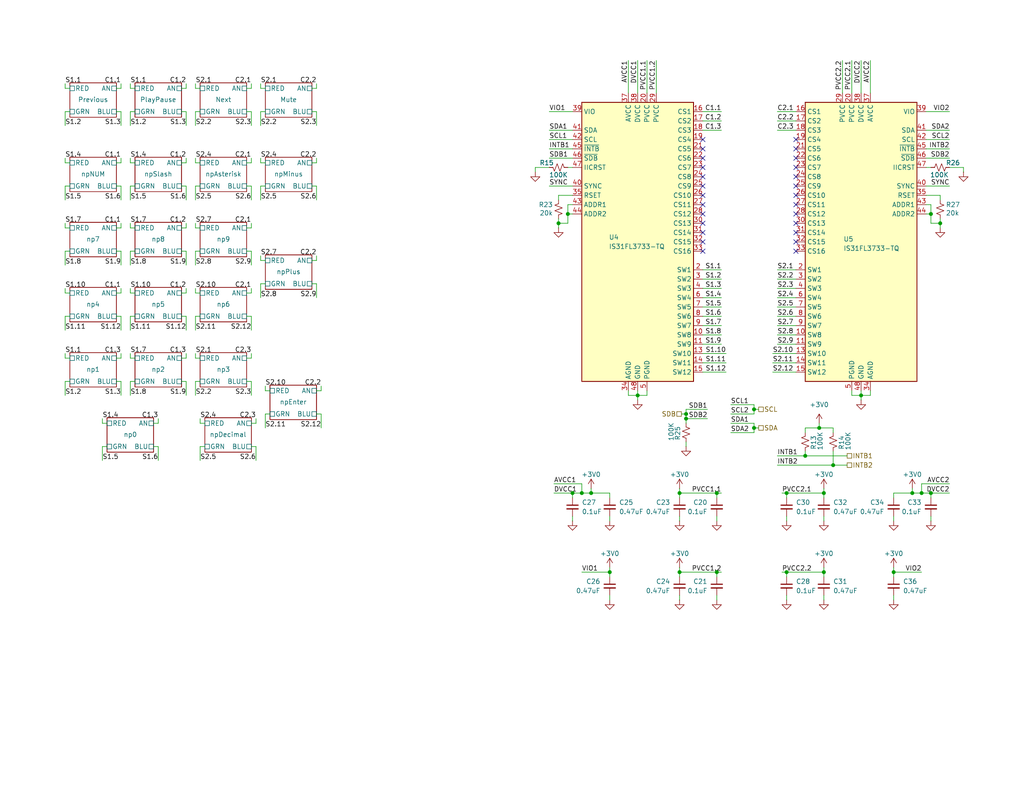
<source format=kicad_sch>
(kicad_sch (version 20250114) (generator "eeschema") (generator_version "9.0")
  (paper "A")
  (lib_symbols
    (symbol "Device:C_Small" (pin_numbers (hide yes)) (pin_names (offset 0.254) (hide yes))
      (property "Reference" "C" (at 0.254 1.778 0))
      (property "Value" "C_Small" (at 0.254 -2.032 0))
      (symbol "C_Small_1_1"
        (pin passive line (at 0 2.54 270) (length 2.032) (name "~") (number "1"))
        (pin passive line (at 0 -2.54 90) (length 2.032) (name "~") (number "2"))
      )
    )
    (symbol "Device:R_Small_US" (pin_numbers (hide yes)) (pin_names (offset 0.254) (hide yes))
      (property "Reference" "R" (at 0.762 0.508 0))
      (property "Value" "R_Small_US" (at 0.762 -1.016 0))
      (symbol "R_Small_US_1_1"
        (pin passive line (at 0 2.54 270) (length 1.016) (name "~") (number "1"))
        (pin passive line (at 0 -2.54 90) (length 1.016) (name "~") (number "2"))
      )
    )
    (symbol "Driver_LED:IS31FL3733-TQ"
      (property "Reference" "U" (at 0 1.27 0))
      (property "Value" "IS31FL3733-TQ" (at 0 -1.27 0))
      (symbol "IS31FL3733-TQ_1_1"
        (pin input line (at -17.78 35.56 0) (length 2.54) (name "VIO") (number "39"))
        (pin bidirectional line (at -17.78 30.48 0) (length 2.54) (name "SDA") (number "41"))
        (pin input line (at -17.78 27.94 0) (length 2.54) (name "SCL") (number "42"))
        (pin open_collector line (at -17.78 25.4 0) (length 2.54) (name "~{INTB}") (number "45"))
        (pin input line (at -17.78 22.86 0) (length 2.54) (name "~{SDB}") (number "46"))
        (pin input line (at -17.78 20.32 0) (length 2.54) (name "IICRST") (number "47"))
        (pin input line (at -17.78 15.24 0) (length 2.54) (name "SYNC") (number "40"))
        (pin passive line (at -17.78 12.7 0) (length 2.54) (name "RSET") (number "35"))
        (pin input line (at -17.78 10.16 0) (length 2.54) (name "ADDR1") (number "43"))
        (pin input line (at -17.78 7.62 0) (length 2.54) (name "ADDR2") (number "44"))
        (pin no_connect line (at -15.24 -33.02 0) (length 2.54) (hide yes) (name "NC") (number "1"))
        (pin no_connect line (at -15.24 -35.56 0) (length 2.54) (hide yes) (name "NC") (number "36"))
        (pin power_in line (at -2.54 40.64 270) (length 2.54) (name "AVCC") (number "37"))
        (pin power_in line (at -2.54 -40.64 90) (length 2.54) (name "AGND") (number "34"))
        (pin power_in line (at 0 40.64 270) (length 2.54) (name "DVCC") (number "38"))
        (pin power_in line (at 0 -40.64 90) (length 2.54) (name "GND") (number "48"))
        (pin passive line (at 0 -40.64 90) (length 2.54) (hide yes) (name "GND") (number "49"))
        (pin power_in line (at 2.54 40.64 270) (length 2.54) (name "PVCC") (number "20"))
        (pin passive line (at 2.54 -40.64 90) (length 2.54) (hide yes) (name "PGND") (number "12"))
        (pin power_in line (at 2.54 -40.64 90) (length 2.54) (name "PGND") (number "5"))
        (pin power_in line (at 5.08 40.64 270) (length 2.54) (name "PVCC") (number "29"))
        (pin output line (at 17.78 35.56 180) (length 2.54) (name "CS1") (number "16"))
        (pin output line (at 17.78 33.02 180) (length 2.54) (name "CS2") (number "17"))
        (pin output line (at 17.78 30.48 180) (length 2.54) (name "CS3") (number "18"))
        (pin output line (at 17.78 27.94 180) (length 2.54) (name "CS4") (number "19"))
        (pin output line (at 17.78 25.4 180) (length 2.54) (name "CS5") (number "21"))
        (pin output line (at 17.78 22.86 180) (length 2.54) (name "CS6") (number "22"))
        (pin output line (at 17.78 20.32 180) (length 2.54) (name "CS7") (number "23"))
        (pin output line (at 17.78 17.78 180) (length 2.54) (name "CS8") (number "24"))
        (pin output line (at 17.78 15.24 180) (length 2.54) (name "CS9") (number "25"))
        (pin output line (at 17.78 12.7 180) (length 2.54) (name "CS10") (number "26"))
        (pin output line (at 17.78 10.16 180) (length 2.54) (name "CS11") (number "27"))
        (pin output line (at 17.78 7.62 180) (length 2.54) (name "CS12") (number "28"))
        (pin output line (at 17.78 5.08 180) (length 2.54) (name "CS13") (number "30"))
        (pin output line (at 17.78 2.54 180) (length 2.54) (name "CS14") (number "31"))
        (pin output line (at 17.78 0 180) (length 2.54) (name "CS15") (number "32"))
        (pin output line (at 17.78 -2.54 180) (length 2.54) (name "CS16") (number "33"))
        (pin input line (at 17.78 -7.62 180) (length 2.54) (name "SW1") (number "2"))
        (pin input line (at 17.78 -10.16 180) (length 2.54) (name "SW2") (number "3"))
        (pin input line (at 17.78 -12.7 180) (length 2.54) (name "SW3") (number "4"))
        (pin input line (at 17.78 -15.24 180) (length 2.54) (name "SW4") (number "6"))
        (pin input line (at 17.78 -17.78 180) (length 2.54) (name "SW5") (number "7"))
        (pin input line (at 17.78 -20.32 180) (length 2.54) (name "SW6") (number "8"))
        (pin input line (at 17.78 -22.86 180) (length 2.54) (name "SW7") (number "9"))
        (pin input line (at 17.78 -25.4 180) (length 2.54) (name "SW8") (number "10"))
        (pin input line (at 17.78 -27.94 180) (length 2.54) (name "SW9") (number "11"))
        (pin input line (at 17.78 -30.48 180) (length 2.54) (name "SW10") (number "13"))
        (pin input line (at 17.78 -33.02 180) (length 2.54) (name "SW11") (number "14"))
        (pin input line (at 17.78 -35.56 180) (length 2.54) (name "SW12") (number "15"))
      )
    )
    (symbol "power:+3V0" (power) (pin_numbers (hide yes)) (pin_names (offset 0) (hide yes))
      (property "Value" "+3V0" (at 0 3.556 0))
      (symbol "+3V0_1_1"
        (pin power_in line (at 0 0 90) (length 0) (name "~") (number "1"))
      )
    )
    (symbol "power:GND" (power) (pin_numbers (hide yes)) (pin_names (offset 0) (hide yes))
      (property "Value" "GND" (at 0 -3.81 0))
      (symbol "GND_1_1"
        (pin power_in line (at 0 0 270) (length 0) (name "~") (number "1"))
      )
    )
  )
  (junction (at 166.37 156.21))
  (junction (at 185.42 156.21))
  (junction (at 205.74 116.84))
  (junction (at 205.74 111.76))
  (junction (at 195.58 134.62))
  (junction (at 254 134.62))
  (junction (at 223.52 116.84))
  (junction (at 243.84 156.21))
  (junction (at 187.198 114.3))
  (junction (at 224.79 134.62))
  (junction (at 234.95 107.95))
  (junction (at 248.92 134.62))
  (junction (at 214.63 156.21))
  (junction (at 224.79 156.21))
  (junction (at 256.54 60.96))
  (junction (at 251.46 134.62))
  (junction (at 195.58 156.21))
  (junction (at 185.42 134.62))
  (junction (at 158.75 134.62))
  (junction (at 156.21 134.62))
  (junction (at 214.63 134.62))
  (junction (at 254 58.42))
  (junction (at 161.29 134.62))
  (junction (at 154.94 58.42))
  (junction (at 219.71 124.46))
  (junction (at 227.33 127))
  (junction (at 152.4 60.96))
  (junction (at 187.198 113.03))
  (junction (at 173.99 107.95))
  (no_connect (at 217.17 38.1))
  (no_connect (at 191.77 58.42))
  (no_connect (at 217.17 58.42))
  (no_connect (at 191.77 63.5))
  (no_connect (at 191.77 60.96))
  (no_connect (at 191.77 53.34))
  (no_connect (at 217.17 55.88))
  (no_connect (at 191.77 45.72))
  (no_connect (at 217.17 45.72))
  (no_connect (at 217.17 43.18))
  (no_connect (at 191.77 66.04))
  (no_connect (at 191.77 38.1))
  (no_connect (at 191.77 48.26))
  (no_connect (at 217.17 68.58))
  (no_connect (at 191.77 40.64))
  (no_connect (at 191.77 43.18))
  (no_connect (at 217.17 53.34))
  (no_connect (at 217.17 63.5))
  (no_connect (at 217.17 40.64))
  (no_connect (at 191.77 50.8))
  (no_connect (at 217.17 60.96))
  (no_connect (at 191.77 55.88))
  (no_connect (at 217.17 66.04))
  (no_connect (at 217.17 50.8))
  (no_connect (at 191.77 68.58))
  (no_connect (at 217.17 48.26))
  (wire (pts (xy 29.21 115.57) (xy 27.94 115.57)))
  (wire (pts (xy 87.63 106.68) (xy 87.63 105.41)))
  (wire (pts (xy 152.4 60.96) (xy 152.4 62.23)))
  (wire (pts (xy 210.82 99.06) (xy 217.17 99.06)))
  (wire (pts (xy 33.02 50.8) (xy 33.02 54.61)))
  (wire (pts (xy 149.86 50.8) (xy 156.21 50.8)))
  (wire (pts (xy 68.58 62.23) (xy 68.58 60.96)))
  (wire (pts (xy 195.58 162.56) (xy 195.58 163.83)))
  (wire (pts (xy 217.17 30.48) (xy 212.09 30.48)))
  (wire (pts (xy 166.37 154.94) (xy 166.37 156.21)))
  (wire (pts (xy 243.84 156.21) (xy 243.84 157.48)))
  (wire (pts (xy 187.198 115.57) (xy 187.198 114.3)))
  (wire (pts (xy 252.73 43.18) (xy 259.08 43.18)))
  (wire (pts (xy 31.75 30.48) (xy 33.02 30.48)))
  (wire (pts (xy 152.4 59.69) (xy 152.4 60.96)))
  (wire (pts (xy 212.09 93.98) (xy 217.17 93.98)))
  (wire (pts (xy 53.34 44.45) (xy 53.34 43.18)))
  (wire (pts (xy 191.77 96.52) (xy 198.12 96.52)))
  (wire (pts (xy 187.198 111.76) (xy 187.198 113.03)))
  (wire (pts (xy 49.53 44.45) (xy 50.8 44.45)))
  (wire (pts (xy 214.63 156.21) (xy 224.79 156.21)))
  (wire (pts (xy 17.78 68.58) (xy 17.78 72.39)))
  (wire (pts (xy 49.53 30.48) (xy 50.8 30.48)))
  (wire (pts (xy 212.09 91.44) (xy 217.17 91.44)))
  (wire (pts (xy 27.94 121.92) (xy 27.94 125.73)))
  (wire (pts (xy 259.08 50.8) (xy 252.73 50.8)))
  (wire (pts (xy 54.61 68.58) (xy 53.34 68.58)))
  (wire (pts (xy 191.77 86.36) (xy 196.85 86.36)))
  (wire (pts (xy 214.63 134.62) (xy 214.63 135.89)))
  (wire (pts (xy 237.49 106.68) (xy 237.49 107.95)))
  (wire (pts (xy 35.56 50.8) (xy 35.56 54.61)))
  (wire (pts (xy 149.86 30.48) (xy 156.21 30.48)))
  (wire (pts (xy 252.73 45.72) (xy 254 45.72)))
  (wire (pts (xy 67.31 30.48) (xy 68.58 30.48)))
  (wire (pts (xy 205.74 116.84) (xy 207.01 116.84)))
  (wire (pts (xy 185.42 140.97) (xy 185.42 142.24)))
  (wire (pts (xy 86.36 113.03) (xy 87.63 113.03)))
  (wire (pts (xy 36.83 62.23) (xy 35.56 62.23)))
  (wire (pts (xy 156.21 140.97) (xy 156.21 142.24)))
  (wire (pts (xy 146.05 45.72) (xy 146.05 46.99)))
  (wire (pts (xy 69.85 121.92) (xy 69.85 125.73)))
  (wire (pts (xy 19.05 86.36) (xy 17.78 86.36)))
  (wire (pts (xy 195.58 140.97) (xy 195.58 142.24)))
  (wire (pts (xy 53.34 80.01) (xy 53.34 78.74)))
  (wire (pts (xy 67.31 86.36) (xy 68.58 86.36)))
  (wire (pts (xy 187.198 120.65) (xy 187.198 121.92)))
  (wire (pts (xy 252.73 40.64) (xy 259.08 40.64)))
  (wire (pts (xy 217.17 33.02) (xy 212.09 33.02)))
  (wire (pts (xy 86.36 30.48) (xy 86.36 34.29)))
  (wire (pts (xy 85.09 77.47) (xy 86.36 77.47)))
  (wire (pts (xy 199.39 113.03) (xy 205.74 113.03)))
  (wire (pts (xy 50.8 50.8) (xy 50.8 54.61)))
  (wire (pts (xy 33.02 30.48) (xy 33.02 34.29)))
  (wire (pts (xy 256.54 53.34) (xy 256.54 54.61)))
  (wire (pts (xy 166.37 140.97) (xy 166.37 142.24)))
  (wire (pts (xy 50.8 30.48) (xy 50.8 34.29)))
  (wire (pts (xy 251.46 132.08) (xy 251.46 134.62)))
  (wire (pts (xy 214.63 140.97) (xy 214.63 142.24)))
  (wire (pts (xy 248.92 134.62) (xy 243.84 134.62)))
  (wire (pts (xy 41.91 115.57) (xy 43.18 115.57)))
  (wire (pts (xy 67.31 62.23) (xy 68.58 62.23)))
  (wire (pts (xy 151.13 132.08) (xy 158.75 132.08)))
  (wire (pts (xy 72.39 71.12) (xy 71.12 71.12)))
  (wire (pts (xy 232.41 106.68) (xy 232.41 107.95)))
  (wire (pts (xy 191.77 78.74) (xy 196.85 78.74)))
  (wire (pts (xy 36.83 30.48) (xy 35.56 30.48)))
  (wire (pts (xy 86.36 24.13) (xy 86.36 22.86)))
  (wire (pts (xy 227.33 127) (xy 231.14 127)))
  (wire (pts (xy 31.75 97.79) (xy 33.02 97.79)))
  (wire (pts (xy 213.36 156.21) (xy 214.63 156.21)))
  (wire (pts (xy 243.84 140.97) (xy 243.84 142.24)))
  (wire (pts (xy 35.56 24.13) (xy 35.56 22.86)))
  (wire (pts (xy 33.02 62.23) (xy 33.02 60.96)))
  (wire (pts (xy 67.31 44.45) (xy 68.58 44.45)))
  (wire (pts (xy 71.12 44.45) (xy 71.12 43.18)))
  (wire (pts (xy 49.53 97.79) (xy 50.8 97.79)))
  (wire (pts (xy 196.85 134.62) (xy 195.58 134.62)))
  (wire (pts (xy 36.83 44.45) (xy 35.56 44.45)))
  (wire (pts (xy 68.58 97.79) (xy 68.58 96.52)))
  (wire (pts (xy 85.09 24.13) (xy 86.36 24.13)))
  (wire (pts (xy 171.45 106.68) (xy 171.45 107.95)))
  (wire (pts (xy 191.77 76.2) (xy 196.85 76.2)))
  (wire (pts (xy 31.75 104.14) (xy 33.02 104.14)))
  (wire (pts (xy 31.75 68.58) (xy 33.02 68.58)))
  (wire (pts (xy 212.09 73.66) (xy 217.17 73.66)))
  (wire (pts (xy 219.71 124.46) (xy 231.14 124.46)))
  (wire (pts (xy 50.8 24.13) (xy 50.8 22.86)))
  (wire (pts (xy 179.07 16.51) (xy 179.07 25.4)))
  (wire (pts (xy 53.34 97.79) (xy 53.34 96.52)))
  (wire (pts (xy 193.04 111.76) (xy 187.198 111.76)))
  (wire (pts (xy 86.36 71.12) (xy 86.36 69.85)))
  (wire (pts (xy 214.63 134.62) (xy 224.79 134.62)))
  (wire (pts (xy 252.73 55.88) (xy 254 55.88)))
  (wire (pts (xy 19.05 44.45) (xy 17.78 44.45)))
  (wire (pts (xy 67.31 104.14) (xy 68.58 104.14)))
  (wire (pts (xy 191.77 101.6) (xy 198.12 101.6)))
  (wire (pts (xy 73.66 106.68) (xy 72.39 106.68)))
  (wire (pts (xy 50.8 68.58) (xy 50.8 72.39)))
  (wire (pts (xy 224.79 133.35) (xy 224.79 134.62)))
  (wire (pts (xy 49.53 50.8) (xy 50.8 50.8)))
  (wire (pts (xy 191.77 81.28) (xy 196.85 81.28)))
  (wire (pts (xy 72.39 113.03) (xy 72.39 116.84)))
  (wire (pts (xy 212.09 76.2) (xy 217.17 76.2)))
  (wire (pts (xy 243.84 156.21) (xy 251.46 156.21)))
  (wire (pts (xy 171.45 16.51) (xy 171.45 25.4)))
  (wire (pts (xy 49.53 62.23) (xy 50.8 62.23)))
  (wire (pts (xy 36.83 97.79) (xy 35.56 97.79)))
  (wire (pts (xy 49.53 80.01) (xy 50.8 80.01)))
  (wire (pts (xy 53.34 86.36) (xy 53.34 90.17)))
  (wire (pts (xy 212.09 124.46) (xy 219.71 124.46)))
  (wire (pts (xy 17.78 80.01) (xy 17.78 78.74)))
  (wire (pts (xy 152.4 53.34) (xy 152.4 54.61)))
  (wire (pts (xy 210.82 96.52) (xy 217.17 96.52)))
  (wire (pts (xy 35.56 104.14) (xy 35.56 107.95)))
  (wire (pts (xy 171.45 107.95) (xy 173.99 107.95)))
  (wire (pts (xy 224.79 134.62) (xy 224.79 135.89)))
  (wire (pts (xy 166.37 134.62) (xy 166.37 135.89)))
  (wire (pts (xy 67.31 80.01) (xy 68.58 80.01)))
  (wire (pts (xy 68.58 86.36) (xy 68.58 90.17)))
  (wire (pts (xy 73.66 113.03) (xy 72.39 113.03)))
  (wire (pts (xy 36.83 50.8) (xy 35.56 50.8)))
  (wire (pts (xy 212.09 127) (xy 227.33 127)))
  (wire (pts (xy 234.95 107.95) (xy 234.95 109.22)))
  (wire (pts (xy 214.63 156.21) (xy 214.63 157.48)))
  (wire (pts (xy 156.21 55.88) (xy 154.94 55.88)))
  (wire (pts (xy 199.39 115.57) (xy 205.74 115.57)))
  (wire (pts (xy 72.39 50.8) (xy 71.12 50.8)))
  (wire (pts (xy 68.58 80.01) (xy 68.58 78.74)))
  (wire (pts (xy 149.86 40.64) (xy 156.21 40.64)))
  (wire (pts (xy 54.61 30.48) (xy 53.34 30.48)))
  (wire (pts (xy 54.61 115.57) (xy 54.61 114.3)))
  (wire (pts (xy 36.83 86.36) (xy 35.56 86.36)))
  (wire (pts (xy 234.95 106.68) (xy 234.95 107.95)))
  (wire (pts (xy 251.46 134.62) (xy 254 134.62)))
  (wire (pts (xy 86.36 77.47) (xy 86.36 81.28)))
  (wire (pts (xy 19.05 68.58) (xy 17.78 68.58)))
  (wire (pts (xy 243.84 134.62) (xy 243.84 135.89)))
  (wire (pts (xy 191.77 93.98) (xy 196.85 93.98)))
  (wire (pts (xy 205.74 113.03) (xy 205.74 111.76)))
  (wire (pts (xy 19.05 62.23) (xy 17.78 62.23)))
  (wire (pts (xy 54.61 24.13) (xy 53.34 24.13)))
  (wire (pts (xy 243.84 162.56) (xy 243.84 163.83)))
  (wire (pts (xy 35.56 68.58) (xy 35.56 72.39)))
  (wire (pts (xy 43.18 121.92) (xy 43.18 125.73)))
  (wire (pts (xy 86.36 106.68) (xy 87.63 106.68)))
  (wire (pts (xy 54.61 80.01) (xy 53.34 80.01)))
  (wire (pts (xy 31.75 24.13) (xy 33.02 24.13)))
  (wire (pts (xy 224.79 140.97) (xy 224.79 142.24)))
  (wire (pts (xy 43.18 115.57) (xy 43.18 114.3)))
  (wire (pts (xy 234.95 16.51) (xy 234.95 25.4)))
  (wire (pts (xy 71.12 30.48) (xy 71.12 34.29)))
  (wire (pts (xy 173.99 107.95) (xy 176.53 107.95)))
  (wire (pts (xy 191.77 33.02) (xy 196.85 33.02)))
  (wire (pts (xy 35.56 44.45) (xy 35.56 43.18)))
  (wire (pts (xy 19.05 50.8) (xy 17.78 50.8)))
  (wire (pts (xy 158.75 132.08) (xy 158.75 134.62)))
  (wire (pts (xy 31.75 62.23) (xy 33.02 62.23)))
  (wire (pts (xy 254 58.42) (xy 252.73 58.42)))
  (wire (pts (xy 72.39 24.13) (xy 71.12 24.13)))
  (wire (pts (xy 31.75 44.45) (xy 33.02 44.45)))
  (wire (pts (xy 212.09 78.74) (xy 217.17 78.74)))
  (wire (pts (xy 19.05 104.14) (xy 17.78 104.14)))
  (wire (pts (xy 248.92 133.35) (xy 248.92 134.62)))
  (wire (pts (xy 54.61 86.36) (xy 53.34 86.36)))
  (wire (pts (xy 256.54 59.69) (xy 256.54 60.96)))
  (wire (pts (xy 217.17 35.56) (xy 212.09 35.56)))
  (wire (pts (xy 68.58 68.58) (xy 68.58 72.39)))
  (wire (pts (xy 50.8 86.36) (xy 50.8 90.17)))
  (wire (pts (xy 71.12 71.12) (xy 71.12 69.85)))
  (wire (pts (xy 195.58 156.21) (xy 185.42 156.21)))
  (wire (pts (xy 31.75 80.01) (xy 33.02 80.01)))
  (wire (pts (xy 33.02 86.36) (xy 33.02 90.17)))
  (wire (pts (xy 243.84 154.94) (xy 243.84 156.21)))
  (wire (pts (xy 67.31 50.8) (xy 68.58 50.8)))
  (wire (pts (xy 213.36 134.62) (xy 214.63 134.62)))
  (wire (pts (xy 185.42 134.62) (xy 185.42 135.89)))
  (wire (pts (xy 254 60.96) (xy 256.54 60.96)))
  (wire (pts (xy 87.63 113.03) (xy 87.63 116.84)))
  (wire (pts (xy 219.71 116.84) (xy 223.52 116.84)))
  (wire (pts (xy 212.09 88.9) (xy 217.17 88.9)))
  (wire (pts (xy 71.12 77.47) (xy 71.12 81.28)))
  (wire (pts (xy 191.77 30.48) (xy 196.85 30.48)))
  (wire (pts (xy 17.78 30.48) (xy 17.78 34.29)))
  (wire (pts (xy 173.99 16.51) (xy 173.99 25.4)))
  (wire (pts (xy 53.34 68.58) (xy 53.34 72.39)))
  (wire (pts (xy 68.58 104.14) (xy 68.58 107.95)))
  (wire (pts (xy 19.05 30.48) (xy 17.78 30.48)))
  (wire (pts (xy 49.53 86.36) (xy 50.8 86.36)))
  (wire (pts (xy 33.02 44.45) (xy 33.02 43.18)))
  (wire (pts (xy 149.86 43.18) (xy 156.21 43.18)))
  (wire (pts (xy 33.02 24.13) (xy 33.02 22.86)))
  (wire (pts (xy 29.21 121.92) (xy 27.94 121.92)))
  (wire (pts (xy 49.53 24.13) (xy 50.8 24.13)))
  (wire (pts (xy 50.8 62.23) (xy 50.8 60.96)))
  (wire (pts (xy 49.53 104.14) (xy 50.8 104.14)))
  (wire (pts (xy 35.56 62.23) (xy 35.56 60.96)))
  (wire (pts (xy 262.89 45.72) (xy 262.89 46.99)))
  (wire (pts (xy 227.33 116.84) (xy 227.33 118.11)))
  (wire (pts (xy 55.88 121.92) (xy 54.61 121.92)))
  (wire (pts (xy 149.86 38.1) (xy 156.21 38.1)))
  (wire (pts (xy 154.94 55.88) (xy 154.94 58.42)))
  (wire (pts (xy 53.34 30.48) (xy 53.34 34.29)))
  (wire (pts (xy 212.09 86.36) (xy 217.17 86.36)))
  (wire (pts (xy 166.37 162.56) (xy 166.37 163.83)))
  (wire (pts (xy 232.41 16.51) (xy 232.41 25.4)))
  (wire (pts (xy 17.78 86.36) (xy 17.78 90.17)))
  (wire (pts (xy 85.09 71.12) (xy 86.36 71.12)))
  (wire (pts (xy 71.12 24.13) (xy 71.12 22.86)))
  (wire (pts (xy 199.39 118.11) (xy 205.74 118.11)))
  (wire (pts (xy 53.34 24.13) (xy 53.34 22.86)))
  (wire (pts (xy 185.42 156.21) (xy 185.42 157.48)))
  (wire (pts (xy 17.78 97.79) (xy 17.78 96.52)))
  (wire (pts (xy 205.74 111.76) (xy 207.01 111.76)))
  (wire (pts (xy 176.53 16.51) (xy 176.53 25.4)))
  (wire (pts (xy 54.61 50.8) (xy 53.34 50.8)))
  (wire (pts (xy 50.8 80.01) (xy 50.8 78.74)))
  (wire (pts (xy 67.31 97.79) (xy 68.58 97.79)))
  (wire (pts (xy 259.08 35.56) (xy 252.73 35.56)))
  (wire (pts (xy 185.42 162.56) (xy 185.42 163.83)))
  (wire (pts (xy 223.52 116.84) (xy 227.33 116.84)))
  (wire (pts (xy 254 134.62) (xy 254 135.89)))
  (wire (pts (xy 33.02 104.14) (xy 33.02 107.95)))
  (wire (pts (xy 158.75 134.62) (xy 161.29 134.62)))
  (wire (pts (xy 154.94 58.42) (xy 154.94 60.96)))
  (wire (pts (xy 36.83 104.14) (xy 35.56 104.14)))
  (wire (pts (xy 254 55.88) (xy 254 58.42)))
  (wire (pts (xy 49.53 68.58) (xy 50.8 68.58)))
  (wire (pts (xy 166.37 156.21) (xy 158.75 156.21)))
  (wire (pts (xy 50.8 44.45) (xy 50.8 43.18)))
  (wire (pts (xy 227.33 123.19) (xy 227.33 127)))
  (wire (pts (xy 71.12 50.8) (xy 71.12 54.61)))
  (wire (pts (xy 212.09 81.28) (xy 217.17 81.28)))
  (wire (pts (xy 214.63 162.56) (xy 214.63 163.83)))
  (wire (pts (xy 31.75 50.8) (xy 33.02 50.8)))
  (wire (pts (xy 67.31 68.58) (xy 68.58 68.58)))
  (wire (pts (xy 149.86 35.56) (xy 156.21 35.56)))
  (wire (pts (xy 237.49 16.51) (xy 237.49 25.4)))
  (wire (pts (xy 191.77 91.44) (xy 196.85 91.44)))
  (wire (pts (xy 154.94 58.42) (xy 156.21 58.42)))
  (wire (pts (xy 187.198 113.03) (xy 187.198 114.3)))
  (wire (pts (xy 151.13 134.62) (xy 156.21 134.62)))
  (wire (pts (xy 185.42 154.94) (xy 185.42 156.21)))
  (wire (pts (xy 35.56 97.79) (xy 35.56 96.52)))
  (wire (pts (xy 50.8 104.14) (xy 50.8 107.95)))
  (wire (pts (xy 54.61 62.23) (xy 53.34 62.23)))
  (wire (pts (xy 229.87 16.51) (xy 229.87 25.4)))
  (wire (pts (xy 154.94 45.72) (xy 156.21 45.72)))
  (wire (pts (xy 36.83 80.01) (xy 35.56 80.01)))
  (wire (pts (xy 69.85 115.57) (xy 69.85 114.3)))
  (wire (pts (xy 33.02 68.58) (xy 33.02 72.39)))
  (wire (pts (xy 256.54 60.96) (xy 256.54 62.23)))
  (wire (pts (xy 149.86 45.72) (xy 146.05 45.72)))
  (wire (pts (xy 224.79 156.21) (xy 224.79 157.48)))
  (wire (pts (xy 33.02 80.01) (xy 33.02 78.74)))
  (wire (pts (xy 224.79 162.56) (xy 224.79 163.83)))
  (wire (pts (xy 86.36 44.45) (xy 86.36 43.18)))
  (wire (pts (xy 41.91 121.92) (xy 43.18 121.92)))
  (wire (pts (xy 54.61 97.79) (xy 53.34 97.79)))
  (wire (pts (xy 68.58 121.92) (xy 69.85 121.92)))
  (wire (pts (xy 166.37 156.21) (xy 166.37 157.48)))
  (wire (pts (xy 252.73 38.1) (xy 259.08 38.1)))
  (wire (pts (xy 68.58 50.8) (xy 68.58 54.61)))
  (wire (pts (xy 85.09 50.8) (xy 86.36 50.8)))
  (wire (pts (xy 72.39 44.45) (xy 71.12 44.45)))
  (wire (pts (xy 234.95 107.95) (xy 232.41 107.95)))
  (wire (pts (xy 68.58 44.45) (xy 68.58 43.18)))
  (wire (pts (xy 205.74 118.11) (xy 205.74 116.84)))
  (wire (pts (xy 53.34 104.14) (xy 53.34 107.95)))
  (wire (pts (xy 31.75 86.36) (xy 33.02 86.36)))
  (wire (pts (xy 254 58.42) (xy 254 60.96)))
  (wire (pts (xy 54.61 104.14) (xy 53.34 104.14)))
  (wire (pts (xy 35.56 30.48) (xy 35.56 34.29)))
  (wire (pts (xy 36.83 24.13) (xy 35.56 24.13)))
  (wire (pts (xy 68.58 115.57) (xy 69.85 115.57)))
  (wire (pts (xy 55.88 115.57) (xy 54.61 115.57)))
  (wire (pts (xy 193.04 114.3) (xy 187.198 114.3)))
  (wire (pts (xy 19.05 80.01) (xy 17.78 80.01)))
  (wire (pts (xy 154.94 60.96) (xy 152.4 60.96)))
  (wire (pts (xy 251.46 134.62) (xy 248.92 134.62)))
  (wire (pts (xy 53.34 62.23) (xy 53.34 60.96)))
  (wire (pts (xy 176.53 106.68) (xy 176.53 107.95)))
  (wire (pts (xy 27.94 115.57) (xy 27.94 114.3)))
  (wire (pts (xy 205.74 115.57) (xy 205.74 116.84)))
  (wire (pts (xy 191.77 99.06) (xy 198.12 99.06)))
  (wire (pts (xy 35.56 80.01) (xy 35.56 78.74)))
  (wire (pts (xy 212.09 83.82) (xy 217.17 83.82)))
  (wire (pts (xy 72.39 106.68) (xy 72.39 105.41)))
  (wire (pts (xy 219.71 123.19) (xy 219.71 124.46)))
  (wire (pts (xy 72.39 77.47) (xy 71.12 77.47)))
  (wire (pts (xy 259.08 132.08) (xy 251.46 132.08)))
  (wire (pts (xy 185.42 133.35) (xy 185.42 134.62)))
  (wire (pts (xy 195.58 134.62) (xy 195.58 135.89)))
  (wire (pts (xy 17.78 50.8) (xy 17.78 54.61)))
  (wire (pts (xy 17.78 24.13) (xy 17.78 22.86)))
  (wire (pts (xy 191.77 88.9) (xy 196.85 88.9)))
  (wire (pts (xy 205.74 110.49) (xy 205.74 111.76)))
  (wire (pts (xy 256.54 53.34) (xy 252.73 53.34)))
  (wire (pts (xy 50.8 97.79) (xy 50.8 96.52)))
  (wire (pts (xy 17.78 62.23) (xy 17.78 60.96)))
  (wire (pts (xy 187.198 113.03) (xy 185.928 113.03)))
  (wire (pts (xy 53.34 50.8) (xy 53.34 54.61)))
  (wire (pts (xy 72.39 30.48) (xy 71.12 30.48)))
  (wire (pts (xy 173.99 106.68) (xy 173.99 107.95)))
  (wire (pts (xy 224.79 154.94) (xy 224.79 156.21)))
  (wire (pts (xy 252.73 30.48) (xy 259.08 30.48)))
  (wire (pts (xy 85.09 44.45) (xy 86.36 44.45)))
  (wire (pts (xy 158.75 134.62) (xy 156.21 134.62)))
  (wire (pts (xy 19.05 24.13) (xy 17.78 24.13)))
  (wire (pts (xy 191.77 73.66) (xy 196.85 73.66)))
  (wire (pts (xy 237.49 107.95) (xy 234.95 107.95)))
  (wire (pts (xy 156.21 134.62) (xy 156.21 135.89)))
  (wire (pts (xy 199.39 110.49) (xy 205.74 110.49)))
  (wire (pts (xy 68.58 24.13) (xy 68.58 22.86)))
  (wire (pts (xy 19.05 97.79) (xy 17.78 97.79)))
  (wire (pts (xy 191.77 35.56) (xy 196.85 35.56)))
  (wire (pts (xy 17.78 44.45) (xy 17.78 43.18)))
  (wire (pts (xy 259.08 134.62) (xy 254 134.62)))
  (wire (pts (xy 54.61 121.92) (xy 54.61 125.73)))
  (wire (pts (xy 67.31 24.13) (xy 68.58 24.13)))
  (wire (pts (xy 17.78 104.14) (xy 17.78 107.95)))
  (wire (pts (xy 152.4 53.34) (xy 156.21 53.34)))
  (wire (pts (xy 195.58 156.21) (xy 195.58 157.48)))
  (wire (pts (xy 68.58 30.48) (xy 68.58 34.29)))
  (wire (pts (xy 259.08 45.72) (xy 262.89 45.72)))
  (wire (pts (xy 254 140.97) (xy 254 142.24)))
  (wire (pts (xy 54.61 44.45) (xy 53.34 44.45)))
  (wire (pts (xy 35.56 86.36) (xy 35.56 90.17)))
  (wire (pts (xy 210.82 101.6) (xy 217.17 101.6)))
  (wire (pts (xy 223.52 115.57) (xy 223.52 116.84)))
  (wire (pts (xy 33.02 97.79) (xy 33.02 96.52)))
  (wire (pts (xy 196.85 156.21) (xy 195.58 156.21)))
  (wire (pts (xy 195.58 134.62) (xy 185.42 134.62)))
  (wire (pts (xy 85.09 30.48) (xy 86.36 30.48)))
  (wire (pts (xy 86.36 50.8) (xy 86.36 54.61)))
  (wire (pts (xy 161.29 133.35) (xy 161.29 134.62)))
  (wire (pts (xy 173.99 107.95) (xy 173.99 109.22)))
  (wire (pts (xy 219.71 116.84) (xy 219.71 118.11)))
  (wire (pts (xy 36.83 68.58) (xy 35.56 68.58)))
  (wire (pts (xy 161.29 134.62) (xy 166.37 134.62)))
  (wire (pts (xy 191.77 83.82) (xy 196.85 83.82)))
  (label "S2.7" (at 53.34 60.96 0))
  (label "S2.12" (at 87.63 116.84 180))
  (label "C1.1" (at 33.02 22.86 180))
  (label "DVCC2" (at 234.95 16.51 270))
  (label "S2.4" (at 53.34 43.18 0))
  (label "SYNC" (at 149.86 50.8 0))
  (label "S1.4" (at 27.94 114.3 0))
  (label "S1.5" (at 35.56 54.61 0))
  (label "S2.5" (at 54.61 125.73 0))
  (label "S2.9" (at 212.09 93.98 0))
  (label "S2.10" (at 53.34 78.74 0))
  (label "S2.1" (at 53.34 22.86 0))
  (label "SDA2" (at 199.39 118.11 0))
  (label "S1.5" (at 17.78 54.61 0))
  (label "SCL1" (at 149.86 38.1 0))
  (label "SDB2" (at 193.04 114.3 180))
  (label "PVCC2.1" (at 213.36 134.62 0))
  (label "C2.1" (at 68.58 78.74 180))
  (label "DVCC2" (at 259.08 134.62 180))
  (label "S2.11" (at 210.82 99.06 0))
  (label "S2.3" (at 68.58 34.29 180))
  (label "S1.1" (at 35.56 22.86 0))
  (label "S1.8" (at 35.56 72.39 0))
  (label "S2.3" (at 86.36 34.29 180))
  (label "S2.2" (at 53.34 107.95 0))
  (label "S2.3" (at 68.58 107.95 180))
  (label "S1.8" (at 17.78 72.39 0))
  (label "S1.11" (at 17.78 90.17 0))
  (label "S1.12" (at 33.02 90.17 180))
  (label "S2.4" (at 54.61 114.3 0))
  (label "SDA2" (at 259.08 35.56 180))
  (label "C1.2" (at 196.85 33.02 180))
  (label "AVCC2" (at 237.49 16.51 270))
  (label "S2.2" (at 212.09 76.2 0))
  (label "SDB1" (at 193.04 111.76 180))
  (label "C1.2" (at 50.8 60.96 180))
  (label "S1.3" (at 50.8 34.29 180))
  (label "S2.1" (at 53.34 96.52 0))
  (label "C1.1" (at 33.02 60.96 180))
  (label "S1.5" (at 196.85 83.82 180))
  (label "VIO1" (at 149.86 30.48 0))
  (label "C2.1" (at 212.09 30.48 0))
  (label "S1.10" (at 198.12 96.52 180))
  (label "VIO2" (at 251.46 156.21 180))
  (label "S1.1" (at 17.78 96.52 0))
  (label "VIO1" (at 158.75 156.21 0))
  (label "S1.11" (at 198.12 99.06 180))
  (label "S1.8" (at 35.56 107.95 0))
  (label "S1.7" (at 35.56 96.52 0))
  (label "S1.8" (at 196.85 91.44 180))
  (label "S1.4" (at 196.85 81.28 180))
  (label "S1.2" (at 196.85 76.2 180))
  (label "SCL2" (at 199.39 113.03 0))
  (label "SDB1" (at 149.86 43.18 0))
  (label "PVCC1.1" (at 176.53 16.51 270))
  (label "C1.2" (at 50.8 22.86 180))
  (label "S2.11" (at 53.34 90.17 0))
  (label "S1.9" (at 196.85 93.98 180))
  (label "C2.1" (at 68.58 60.96 180))
  (label "S1.10" (at 17.78 78.74 0))
  (label "S1.7" (at 35.56 60.96 0))
  (label "S1.7" (at 196.85 88.9 180))
  (label "S2.6" (at 86.36 54.61 180))
  (label "C1.3" (at 50.8 96.52 180))
  (label "SDA1" (at 149.86 35.56 0))
  (label "S2.2" (at 71.12 34.29 0))
  (label "S1.12" (at 50.8 90.17 180))
  (label "S1.6" (at 50.8 54.61 180))
  (label "S1.4" (at 35.56 43.18 0))
  (label "S1.1" (at 17.78 22.86 0))
  (label "PVCC1.2" (at 179.07 16.51 270))
  (label "S1.10" (at 35.56 78.74 0))
  (label "C1.3" (at 196.85 35.56 180))
  (label "SYNC" (at 259.08 50.8 180))
  (label "S1.9" (at 50.8 107.95 180))
  (label "S1.6" (at 33.02 54.61 180))
  (label "INTB2" (at 259.08 40.64 180))
  (label "C2.3" (at 69.85 114.3 180))
  (label "S2.12" (at 210.82 101.6 0))
  (label "S1.3" (at 196.85 78.74 180))
  (label "PVCC1.2" (at 196.85 156.21 180))
  (label "S1.6" (at 43.18 125.73 180))
  (label "S2.8" (at 212.09 91.44 0))
  (label "S1.1" (at 196.85 73.66 180))
  (label "C1.1" (at 33.02 43.18 180))
  (label "C2.3" (at 212.09 35.56 0))
  (label "C2.3" (at 68.58 96.52 180))
  (label "S2.7" (at 71.12 69.85 0))
  (label "C1.1" (at 196.85 30.48 180))
  (label "S1.6" (at 196.85 86.36 180))
  (label "PVCC2.2" (at 229.87 16.51 270))
  (label "AVCC1" (at 151.13 132.08 0))
  (label "S2.8" (at 53.34 72.39 0))
  (label "S2.5" (at 53.34 54.61 0))
  (label "S2.9" (at 86.36 81.28 180))
  (label "AVCC2" (at 259.08 132.08 180))
  (label "S2.4" (at 71.12 43.18 0))
  (label "S1.2" (at 17.78 107.95 0))
  (label "S1.5" (at 27.94 125.73 0))
  (label "S2.5" (at 71.12 54.61 0))
  (label "S1.4" (at 17.78 43.18 0))
  (label "C2.2" (at 86.36 22.86 180))
  (label "INTB1" (at 212.09 124.46 0))
  (label "S1.3" (at 33.02 107.95 180))
  (label "S1.9" (at 33.02 72.39 180))
  (label "S2.6" (at 68.58 54.61 180))
  (label "C1.2" (at 50.8 78.74 180))
  (label "S2.1" (at 71.12 22.86 0))
  (label "PVCC2.1" (at 232.41 16.51 270))
  (label "S2.4" (at 212.09 81.28 0))
  (label "S1.2" (at 35.56 34.29 0))
  (label "C2.1" (at 68.58 43.18 180))
  (label "C2.2" (at 86.36 69.85 180))
  (label "C1.3" (at 43.18 114.3 180))
  (label "S2.5" (at 212.09 83.82 0))
  (label "S1.9" (at 50.8 72.39 180))
  (label "C1.2" (at 50.8 43.18 180))
  (label "S2.10" (at 210.82 96.52 0))
  (label "AVCC1" (at 171.45 16.51 270))
  (label "C2.2" (at 87.63 105.41 180))
  (label "S2.6" (at 212.09 86.36 0))
  (label "SDA1" (at 199.39 115.57 0))
  (label "C2.1" (at 68.58 22.86 180))
  (label "S2.7" (at 212.09 88.9 0))
  (label "PVCC1.1" (at 196.85 134.62 180))
  (label "S2.12" (at 68.58 90.17 180))
  (label "S1.11" (at 35.56 90.17 0))
  (label "S2.10" (at 72.39 105.41 0))
  (label "S1.12" (at 198.12 101.6 180))
  (label "INTB2" (at 212.09 127 0))
  (label "VIO2" (at 259.08 30.48 180))
  (label "SCL2" (at 259.08 38.1 180))
  (label "DVCC1" (at 151.13 134.62 0))
  (label "SDB2" (at 259.08 43.18 180))
  (label "S1.3" (at 33.02 34.29 180))
  (label "S2.6" (at 69.85 125.73 180))
  (label "S2.3" (at 212.09 78.74 0))
  (label "S2.11" (at 72.39 116.84 0))
  (label "C2.2" (at 212.09 33.02 0))
  (label "S2.8" (at 71.12 81.28 0))
  (label "PVCC2.2" (at 213.36 156.21 0))
  (label "INTB1" (at 149.86 40.64 0))
  (label "C2.2" (at 86.36 43.18 180))
  (label "SCL1" (at 199.39 110.49 0))
  (label "C1.3" (at 33.02 96.52 180))
  (label "S1.7" (at 17.78 60.96 0))
  (label "S2.9" (at 68.58 72.39 180))
  (label "S1.2" (at 17.78 34.29 0))
  (label "S2.1" (at 212.09 73.66 0))
  (label "DVCC1" (at 173.99 16.51 270))
  (label "S2.2" (at 53.34 34.29 0))
  (label "C1.1" (at 33.02 78.74 180))
  (hierarchical_label "SDA" (shape passive) (at 207.01 116.84 0))
  (hierarchical_label "SDB" (shape passive) (at 185.928 113.03 180))
  (hierarchical_label "INTB1" (shape passive) (at 231.14 124.46 0))
  (hierarchical_label "INTB2" (shape passive) (at 231.14 127 0))
  (hierarchical_label "SCL" (shape passive) (at 207.01 111.76 0))
  (symbol (lib_id "Device:C_Small") (at 195.58 138.43 0) (mirror y) (unit 1)
    (property "Reference" "C20" (at 193.04 137.1662 0) (effects (justify left)))
    (property "Value" "0.1uF" (at 193.04 139.7062 0) (effects (justify left)))
    (property "Description" "Unpolarized capacitor, small symbol" (effects (hide yes)))
  )
  (symbol (lib_id "power:+3V0") (at 161.29 133.35 0) (mirror y) (unit 1)
    (property "Reference" "#PWR054" (effects (hide yes)))
    (property "Value" "+3V0" (at 161.29 129.54 0))
    (property "Description" "Power symbol creates a global label with name \"+3V0\"" (effects (hide yes)))
  )
  (symbol (lib_id "Device:R_Small_US") (at 219.71 120.65 0) (mirror x) (unit 1)
    (property "Reference" "R13" (at 221.996 118.872 90) (effects (justify left)))
    (property "Value" "100K" (at 223.774 117.856 90) (effects (justify left)))
    (property "Footprint" "keyboard:R_0402_1005Metric" (effects (hide yes)))
    (property "Description" "Resistor, small US symbol" (effects (hide yes)))
  )
  (symbol (lib_id "power:+3V0") (at 166.37 154.94 0) (mirror y) (unit 1)
    (property "Reference" "#PWR051" (effects (hide yes)))
    (property "Value" "+3V0" (at 166.37 151.13 0))
    (property "Description" "Power symbol creates a global label with name \"+3V0\"" (effects (hide yes)))
  )
  (symbol (lib_id "Device:C_Small") (at 224.79 160.02 0) (unit 1)
    (property "Reference" "C31" (at 227.33 158.7562 0) (effects (justify left)))
    (property "Value" "0.47uF" (at 227.33 161.2962 0) (effects (justify left)))
    (property "Description" "Unpolarized capacitor, small symbol" (effects (hide yes)))
  )
  (symbol (lib_id "power:GND") (at 214.63 142.24 0) (unit 1)
    (property "Reference" "#PWR060" (effects (hide yes)))
    (property "Value" "GND" (effects (hide yes)))
    (property "Description" "Power symbol creates a global label with name \"GND\" , ground" (effects (hide yes)))
  )
  (symbol (lib_id "power:GND") (at 224.79 142.24 0) (unit 1)
    (property "Reference" "#PWR062" (effects (hide yes)))
    (property "Value" "GND" (effects (hide yes)))
    (property "Description" "Power symbol creates a global label with name \"GND\" , ground" (effects (hide yes)))
  )
  (symbol (lib_id "power:GND") (at 224.79 163.83 0) (unit 1)
    (property "Reference" "#PWR061" (effects (hide yes)))
    (property "Value" "GND" (effects (hide yes)))
    (property "Description" "Power symbol creates a global label with name \"GND\" , ground" (effects (hide yes)))
  )
  (symbol (lib_id "Device:C_Small") (at 156.21 138.43 0) (unit 1)
    (property "Reference" "C27" (at 158.75 137.1662 0) (effects (justify left)))
    (property "Value" "0.1uF" (at 158.75 139.7062 0) (effects (justify left)))
    (property "Description" "Unpolarized capacitor, small symbol" (effects (hide yes)))
  )
  (symbol (lib_id "Device:R_Small_US") (at 152.4 45.72 90) (mirror x) (unit 1)
    (property "Reference" "R15" (at 151.13 44.45 90) (effects (justify left)))
    (property "Value" "100K" (at 154.94 47.752 90) (effects (justify left)))
    (property "Footprint" "keyboard:R_0402_1005Metric" (effects (hide yes)))
    (property "Description" "Resistor, small US symbol" (effects (hide yes)))
  )
  (symbol (lib_id "power:GND") (at 262.89 46.99 0) (mirror y) (unit 1)
    (property "Reference" "#PWR056" (effects (hide yes)))
    (property "Value" "GND" (effects (hide yes)))
    (property "Description" "Power symbol creates a global label with name \"GND\" , ground" (effects (hide yes)))
  )
  (symbol (lib_id "power:GND") (at 195.58 163.83 0) (mirror y) (unit 1)
    (property "Reference" "#PWR045" (effects (hide yes)))
    (property "Value" "GND" (effects (hide yes)))
    (property "Description" "Power symbol creates a global label with name \"GND\" , ground" (effects (hide yes)))
  )
  (symbol (lib_id "power:GND") (at 166.37 142.24 0) (unit 1)
    (property "Reference" "#PWR050" (effects (hide yes)))
    (property "Value" "GND" (effects (hide yes)))
    (property "Description" "Power symbol creates a global label with name \"GND\" , ground" (effects (hide yes)))
  )
  (symbol (lib_id "Device:R_Small_US") (at 152.4 57.15 0) (mirror y) (unit 1)
    (property "Reference" "R23" (at 150.876 55.88 0) (effects (justify left)))
    (property "Value" "20k" (at 150.876 58.166 0) (effects (justify left)))
    (property "Footprint" "keyboard:R_0402_1005Metric" (effects (hide yes)))
    (property "Description" "Resistor, small US symbol" (effects (hide yes)))
  )
  (symbol (lib_id "power:GND") (at 185.42 163.83 0) (mirror y) (unit 1)
    (property "Reference" "#PWR049" (effects (hide yes)))
    (property "Value" "GND" (effects (hide yes)))
    (property "Description" "Power symbol creates a global label with name \"GND\" , ground" (effects (hide yes)))
  )
  (symbol (lib_id "Device:C_Small") (at 195.58 160.02 0) (mirror y) (unit 1)
    (property "Reference" "C21" (at 193.04 158.7562 0) (effects (justify left)))
    (property "Value" "0.1uF" (at 193.04 161.2962 0) (effects (justify left)))
    (property "Description" "Unpolarized capacitor, small symbol" (effects (hide yes)))
  )
  (symbol (lib_id "power:GND") (at 152.4 62.23 0) (unit 1)
    (property "Reference" "#PWR043" (effects (hide yes)))
    (property "Value" "GND" (effects (hide yes)))
    (property "Description" "Power symbol creates a global label with name \"GND\" , ground" (effects (hide yes)))
  )
  (symbol (lib_id "power:GND") (at 256.54 62.23 0) (mirror y) (unit 1)
    (property "Reference" "#PWR057" (effects (hide yes)))
    (property "Value" "GND" (effects (hide yes)))
    (property "Description" "Power symbol creates a global label with name \"GND\" , ground" (effects (hide yes)))
  )
  (symbol (lib_id "Driver_LED:IS31FL3733-TQ") (at 234.95 66.04 0) (mirror y) (unit 1)
    (property "Reference" "U5" (at 230.124 65.278 0) (effects (justify right)))
    (property "Value" "IS31FL3733-TQ" (at 230.124 67.818 0) (effects (justify right)))
    (property "Footprint" "Package_QFP:TQFP-48-1EP_7x7mm_P0.5mm_EP5x5mm" (effects (hide yes)))
    (property "Datasheet" "http://www.issi.com/WW/pdf/IS31FL3733.pdf" (effects (hide yes)))
    (property "Description" "12x16 LED matrix driver with 8-bit PWM and breathing, TQFP-48" (effects (hide yes)))
  )
  (symbol (lib_id "power:GND") (at 195.58 142.24 0) (mirror y) (unit 1)
    (property "Reference" "#PWR044" (effects (hide yes)))
    (property "Value" "GND" (effects (hide yes)))
    (property "Description" "Power symbol creates a global label with name \"GND\" , ground" (effects (hide yes)))
  )
  (symbol (lib_id "Device:C_Small") (at 214.63 138.43 0) (unit 1)
    (property "Reference" "C30" (at 217.17 137.1662 0) (effects (justify left)))
    (property "Value" "0.1uF" (at 217.17 139.7062 0) (effects (justify left)))
    (property "Description" "Unpolarized capacitor, small symbol" (effects (hide yes)))
  )
  (symbol (lib_id "power:+3V0") (at 185.42 133.35 0) (mirror y) (unit 1)
    (property "Reference" "#PWR046" (effects (hide yes)))
    (property "Value" "+3V0" (at 185.42 129.54 0))
    (property "Description" "Power symbol creates a global label with name \"+3V0\"" (effects (hide yes)))
  )
  (symbol (lib_id "power:GND") (at 173.99 109.22 0) (unit 1)
    (property "Reference" "#PWR042" (effects (hide yes)))
    (property "Value" "GND" (effects (hide yes)))
    (property "Description" "Power symbol creates a global label with name \"GND\" , ground" (effects (hide yes)))
  )
  (symbol (lib_id "power:+3V0") (at 224.79 133.35 0) (unit 1)
    (property "Reference" "#PWR038" (effects (hide yes)))
    (property "Value" "+3V0" (at 224.79 129.54 0))
    (property "Description" "Power symbol creates a global label with name \"+3V0\"" (effects (hide yes)))
  )
  (symbol (lib_id "power:GND") (at 214.63 163.83 0) (unit 1)
    (property "Reference" "#PWR059" (effects (hide yes)))
    (property "Value" "GND" (effects (hide yes)))
    (property "Description" "Power symbol creates a global label with name \"GND\" , ground" (effects (hide yes)))
  )
  (symbol (lib_id "power:+3V0") (at 224.79 154.94 0) (unit 1)
    (property "Reference" "#PWR037" (effects (hide yes)))
    (property "Value" "+3V0" (at 224.79 151.13 0))
    (property "Description" "Power symbol creates a global label with name \"+3V0\"" (effects (hide yes)))
  )
  (symbol (lib_id "Device:C_Small") (at 224.79 138.43 0) (unit 1)
    (property "Reference" "C32" (at 227.33 137.1662 0) (effects (justify left)))
    (property "Value" "0.47uF" (at 227.33 139.7062 0) (effects (justify left)))
    (property "Description" "Unpolarized capacitor, small symbol" (effects (hide yes)))
  )
  (symbol (lib_id "Device:R_Small_US") (at 256.54 57.15 0) (unit 1)
    (property "Reference" "R27" (at 258.064 55.88 0) (effects (justify left)))
    (property "Value" "20k" (at 258.064 58.166 0) (effects (justify left)))
    (property "Footprint" "keyboard:R_0402_1005Metric" (effects (hide yes)))
    (property "Description" "Resistor, small US symbol" (effects (hide yes)))
  )
  (symbol (lib_id "power:+3V0") (at 243.84 154.94 0) (unit 1)
    (property "Reference" "#PWR034" (effects (hide yes)))
    (property "Value" "+3V0" (at 243.84 151.13 0))
    (property "Description" "Power symbol creates a global label with name \"+3V0\"" (effects (hide yes)))
  )
  (symbol (lib_id "power:GND") (at 185.42 142.24 0) (mirror y) (unit 1)
    (property "Reference" "#PWR047" (effects (hide yes)))
    (property "Value" "GND" (effects (hide yes)))
    (property "Description" "Power symbol creates a global label with name \"GND\" , ground" (effects (hide yes)))
  )
  (symbol (lib_id "Device:C_Small") (at 185.42 138.43 0) (mirror y) (unit 1)
    (property "Reference" "C23" (at 182.88 137.1662 0) (effects (justify left)))
    (property "Value" "0.47uF" (at 182.88 139.7062 0) (effects (justify left)))
    (property "Description" "Unpolarized capacitor, small symbol" (effects (hide yes)))
  )
  (symbol (lib_id "power:+3V0") (at 223.52 115.57 0) (unit 1)
    (property "Reference" "#PWR032" (effects (hide yes)))
    (property "Value" "+3V0" (at 223.52 110.49 0))
    (property "Description" "Power symbol creates a global label with name \"+3V0\"" (effects (hide yes)))
  )
  (symbol (lib_id "power:+3V0") (at 248.92 133.35 0) (unit 1)
    (property "Reference" "#PWR053" (effects (hide yes)))
    (property "Value" "+3V0" (at 248.92 129.54 0))
    (property "Description" "Power symbol creates a global label with name \"+3V0\"" (effects (hide yes)))
  )
  (symbol (lib_id "Device:C_Small") (at 214.63 160.02 0) (unit 1)
    (property "Reference" "C28" (at 217.17 158.7562 0) (effects (justify left)))
    (property "Value" "0.1uF" (at 217.17 161.2962 0) (effects (justify left)))
    (property "Description" "Unpolarized capacitor, small symbol" (effects (hide yes)))
  )
  (symbol (lib_id "power:GND") (at 243.84 142.24 0) (mirror y) (unit 1)
    (property "Reference" "#PWR066" (effects (hide yes)))
    (property "Value" "GND" (effects (hide yes)))
    (property "Description" "Power symbol creates a global label with name \"GND\" , ground" (effects (hide yes)))
  )
  (symbol (lib_id "power:GND") (at 156.21 142.24 0) (unit 1)
    (property "Reference" "#PWR063" (effects (hide yes)))
    (property "Value" "GND" (effects (hide yes)))
    (property "Description" "Power symbol creates a global label with name \"GND\" , ground" (effects (hide yes)))
  )
  (symbol (lib_id "Device:C_Small") (at 166.37 160.02 0) (mirror y) (unit 1)
    (property "Reference" "C26" (at 163.83 158.7562 0) (effects (justify left)))
    (property "Value" "0.47uF" (at 163.83 161.2962 0) (effects (justify left)))
    (property "Description" "Unpolarized capacitor, small symbol" (effects (hide yes)))
  )
  (symbol (lib_id "Driver_LED:IS31FL3733-TQ") (at 173.99 66.04 0) (unit 1)
    (property "Reference" "U4" (at 166.116 64.77 0) (effects (justify left)))
    (property "Value" "IS31FL3733-TQ" (at 166.116 67.31 0) (effects (justify left)))
    (property "Footprint" "Package_QFP:TQFP-48-1EP_7x7mm_P0.5mm_EP5x5mm" (effects (hide yes)))
    (property "Datasheet" "http://www.issi.com/WW/pdf/IS31FL3733.pdf" (effects (hide yes)))
    (property "Description" "12x16 LED matrix driver with 8-bit PWM and breathing, TQFP-48" (effects (hide yes)))
  )
  (symbol (lib_id "power:GND") (at 166.37 163.83 0) (unit 1)
    (property "Reference" "#PWR052" (effects (hide yes)))
    (property "Value" "GND" (effects (hide yes)))
    (property "Description" "Power symbol creates a global label with name \"GND\" , ground" (effects (hide yes)))
  )
  (symbol (lib_id "Device:C_Small") (at 185.42 160.02 0) (mirror y) (unit 1)
    (property "Reference" "C24" (at 182.88 158.7562 0) (effects (justify left)))
    (property "Value" "0.47uF" (at 182.88 161.2962 0) (effects (justify left)))
    (property "Description" "Unpolarized capacitor, small symbol" (effects (hide yes)))
  )
  (symbol (lib_id "power:+3V0") (at 185.42 154.94 0) (mirror y) (unit 1)
    (property "Reference" "#PWR048" (effects (hide yes)))
    (property "Value" "+3V0" (at 185.42 151.13 0))
    (property "Description" "Power symbol creates a global label with name \"+3V0\"" (effects (hide yes)))
  )
  (symbol (lib_id "Device:C_Small") (at 243.84 160.02 0) (unit 1)
    (property "Reference" "C36" (at 246.38 158.7562 0) (effects (justify left)))
    (property "Value" "0.47uF" (at 246.38 161.2962 0) (effects (justify left)))
    (property "Description" "Unpolarized capacitor, small symbol" (effects (hide yes)))
  )
  (symbol (lib_id "power:GND") (at 146.05 46.99 0) (unit 1)
    (property "Reference" "#PWR033" (effects (hide yes)))
    (property "Value" "GND" (effects (hide yes)))
    (property "Description" "Power symbol creates a global label with name \"GND\" , ground" (effects (hide yes)))
  )
  (symbol (lib_id "Device:R_Small_US") (at 227.33 120.65 0) (mirror x) (unit 1)
    (property "Reference" "R14" (at 229.616 118.872 90) (effects (justify left)))
    (property "Value" "100K" (at 231.394 117.856 90) (effects (justify left)))
    (property "Footprint" "keyboard:R_0402_1005Metric" (effects (hide yes)))
    (property "Description" "Resistor, small US symbol" (effects (hide yes)))
  )
  (symbol (lib_id "power:GND") (at 234.95 109.22 0) (mirror y) (unit 1)
    (property "Reference" "#PWR058" (effects (hide yes)))
    (property "Value" "GND" (effects (hide yes)))
    (property "Description" "Power symbol creates a global label with name \"GND\" , ground" (effects (hide yes)))
  )
  (symbol (lib_id "power:GND") (at 187.198 121.92 0) (unit 1)
    (property "Reference" "#PWR055" (effects (hide yes)))
    (property "Value" "GND" (effects (hide yes)))
    (property "Description" "Power symbol creates a global label with name \"GND\" , ground" (effects (hide yes)))
  )
  (symbol (lib_id "Device:C_Small") (at 166.37 138.43 0) (unit 1)
    (property "Reference" "C25" (at 168.91 137.1662 0) (effects (justify left)))
    (property "Value" "0.47uF" (at 168.91 139.7062 0) (effects (justify left)))
    (property "Description" "Unpolarized capacitor, small symbol" (effects (hide yes)))
  )
  (symbol (lib_id "Device:C_Small") (at 254 138.43 0) (mirror y) (unit 1)
    (property "Reference" "C33" (at 251.46 137.1662 0) (effects (justify left)))
    (property "Value" "0.1uF" (at 251.46 139.7062 0) (effects (justify left)))
    (property "Description" "Unpolarized capacitor, small symbol" (effects (hide yes)))
  )
  (symbol (lib_id "Device:R_Small_US") (at 256.54 45.72 270) (unit 1)
    (property "Reference" "R26" (at 258.064 44.45 90) (effects (justify left)))
    (property "Value" "100K" (at 253.746 47.752 90) (effects (justify left)))
    (property "Footprint" "keyboard:R_0402_1005Metric" (effects (hide yes)))
    (property "Description" "Resistor, small US symbol" (effects (hide yes)))
  )
  (symbol (lib_id "power:GND") (at 254 142.24 0) (mirror y) (unit 1)
    (property "Reference" "#PWR065" (effects (hide yes)))
    (property "Value" "GND" (effects (hide yes)))
    (property "Description" "Power symbol creates a global label with name \"GND\" , ground" (effects (hide yes)))
  )
  (symbol (lib_id "Device:R_Small_US") (at 187.198 118.11 180) (unit 1)
    (property "Reference" "R25" (at 184.912 116.332 90) (effects (justify left)))
    (property "Value" "100K" (at 183.134 115.316 90) (effects (justify left)))
    (property "Footprint" "keyboard:R_0402_1005Metric" (effects (hide yes)))
    (property "Description" "Resistor, small US symbol" (effects (hide yes)))
  )
  (symbol (lib_id "power:GND") (at 243.84 163.83 0) (mirror y) (unit 1)
    (property "Reference" "#PWR069" (effects (hide yes)))
    (property "Value" "GND" (effects (hide yes)))
    (property "Description" "Power symbol creates a global label with name \"GND\" , ground" (effects (hide yes)))
  )
  (symbol (lib_id "Device:C_Small") (at 243.84 138.43 0) (mirror y) (unit 1)
    (property "Reference" "C34" (at 241.3 137.1662 0) (effects (justify left)))
    (property "Value" "0.47uF" (at 241.3 139.7062 0) (effects (justify left)))
    (property "Description" "Unpolarized capacitor, small symbol" (effects (hide yes)))
  )
  (sheet (at 19.05 78.486) (size 12.7 9.398) (stroke (width 0.1524))
    (property "Sheetname" "np4" (at 25.4 83.82 0) (effects (justify bottom)))
    (property "Sheetfile" "rgb_led.kicad_sch" (effects (hide yes)))
    (pin "RED" passive (at 19.05 80.01 180))
    (pin "BLU" passive (at 31.75 86.36 0))
    (pin "GRN" passive (at 19.05 86.36 180))
    (pin "AN" passive (at 31.75 80.01 0))
  )
  (sheet (at 54.61 78.486) (size 12.7 9.398) (stroke (width 0.1524))
    (property "Sheetname" "np6" (at 60.96 83.82 0) (effects (justify bottom)))
    (property "Sheetfile" "rgb_led.kicad_sch" (effects (hide yes)))
    (pin "RED" passive (at 54.61 80.01 180))
    (pin "BLU" passive (at 67.31 86.36 0))
    (pin "GRN" passive (at 54.61 86.36 180))
    (pin "AN" passive (at 67.31 80.01 0))
  )
  (sheet (at 72.39 69.596) (size 12.7 9.398) (stroke (width 0.1524))
    (property "Sheetname" "npPlus" (at 78.74 74.93 0) (effects (justify bottom)))
    (property "Sheetfile" "rgb_led.kicad_sch" (effects (hide yes)))
    (pin "RED" passive (at 72.39 71.12 180))
    (pin "BLU" passive (at 85.09 77.47 0))
    (pin "GRN" passive (at 72.39 77.47 180))
    (pin "AN" passive (at 85.09 71.12 0))
  )
  (sheet (at 72.39 22.606) (size 12.7 9.398) (stroke (width 0.1524))
    (property "Sheetname" "Mute" (at 78.74 27.94 0) (effects (justify bottom)))
    (property "Sheetfile" "rgb_led.kicad_sch" (effects (hide yes)))
    (pin "RED" passive (at 72.39 24.13 180))
    (pin "BLU" passive (at 85.09 30.48 0))
    (pin "GRN" passive (at 72.39 30.48 180))
    (pin "AN" passive (at 85.09 24.13 0))
  )
  (sheet (at 36.83 78.486) (size 12.7 9.398) (stroke (width 0.1524))
    (property "Sheetname" "np5" (at 43.18 83.82 0) (effects (justify bottom)))
    (property "Sheetfile" "rgb_led.kicad_sch" (effects (hide yes)))
    (pin "RED" passive (at 36.83 80.01 180))
    (pin "BLU" passive (at 49.53 86.36 0))
    (pin "GRN" passive (at 36.83 86.36 180))
    (pin "AN" passive (at 49.53 80.01 0))
  )
  (sheet (at 19.05 60.706) (size 12.7 9.398) (stroke (width 0.1524))
    (property "Sheetname" "np7" (at 25.4 66.04 0) (effects (justify bottom)))
    (property "Sheetfile" "rgb_led.kicad_sch" (effects (hide yes)))
    (pin "RED" passive (at 19.05 62.23 180))
    (pin "BLU" passive (at 31.75 68.58 0))
    (pin "GRN" passive (at 19.05 68.58 180))
    (pin "AN" passive (at 31.75 62.23 0))
  )
  (sheet (at 55.88 114.046) (size 12.7 9.398) (stroke (width 0.1524))
    (property "Sheetname" "npDecimal" (at 62.23 119.38 0) (effects (justify bottom)))
    (property "Sheetfile" "rgb_led.kicad_sch" (effects (hide yes)))
    (pin "RED" passive (at 55.88 115.57 180))
    (pin "BLU" passive (at 68.58 121.92 0))
    (pin "GRN" passive (at 55.88 121.92 180))
    (pin "AN" passive (at 68.58 115.57 0))
  )
  (sheet (at 36.83 42.926) (size 12.7 9.398) (stroke (width 0.1524))
    (property "Sheetname" "npSlash" (at 43.18 48.26 0) (effects (justify bottom)))
    (property "Sheetfile" "rgb_led.kicad_sch" (effects (hide yes)))
    (pin "RED" passive (at 36.83 44.45 180))
    (pin "BLU" passive (at 49.53 50.8 0))
    (pin "GRN" passive (at 36.83 50.8 180))
    (pin "AN" passive (at 49.53 44.45 0))
  )
  (sheet (at 29.21 114.046) (size 12.7 9.398) (stroke (width 0.1524))
    (property "Sheetname" "np0" (at 35.56 119.38 0) (effects (justify bottom)))
    (property "Sheetfile" "rgb_led.kicad_sch" (effects (hide yes)))
    (pin "RED" passive (at 29.21 115.57 180))
    (pin "BLU" passive (at 41.91 121.92 0))
    (pin "GRN" passive (at 29.21 121.92 180))
    (pin "AN" passive (at 41.91 115.57 0))
  )
  (sheet (at 73.66 105.156) (size 12.7 9.398) (stroke (width 0.1524))
    (property "Sheetname" "npEnter" (at 80.01 110.49 0) (effects (justify bottom)))
    (property "Sheetfile" "rgb_led.kicad_sch" (effects (hide yes)))
    (pin "RED" passive (at 73.66 106.68 180))
    (pin "BLU" passive (at 86.36 113.03 0))
    (pin "GRN" passive (at 73.66 113.03 180))
    (pin "AN" passive (at 86.36 106.68 0))
  )
  (sheet (at 54.61 60.706) (size 12.7 9.398) (stroke (width 0.1524))
    (property "Sheetname" "np9" (at 60.96 66.04 0) (effects (justify bottom)))
    (property "Sheetfile" "rgb_led.kicad_sch" (effects (hide yes)))
    (pin "RED" passive (at 54.61 62.23 180))
    (pin "BLU" passive (at 67.31 68.58 0))
    (pin "GRN" passive (at 54.61 68.58 180))
    (pin "AN" passive (at 67.31 62.23 0))
  )
  (sheet (at 54.61 22.606) (size 12.7 9.398) (stroke (width 0.1524))
    (property "Sheetname" "Next" (at 60.96 27.94 0) (effects (justify bottom)))
    (property "Sheetfile" "rgb_led.kicad_sch" (effects (hide yes)))
    (pin "RED" passive (at 54.61 24.13 180))
    (pin "BLU" passive (at 67.31 30.48 0))
    (pin "GRN" passive (at 54.61 30.48 180))
    (pin "AN" passive (at 67.31 24.13 0))
  )
  (sheet (at 54.61 42.926) (size 12.7 9.398) (stroke (width 0.1524))
    (property "Sheetname" "npAsterisk" (at 60.96 48.26 0) (effects (justify bottom)))
    (property "Sheetfile" "rgb_led.kicad_sch" (effects (hide yes)))
    (pin "RED" passive (at 54.61 44.45 180))
    (pin "BLU" passive (at 67.31 50.8 0))
    (pin "GRN" passive (at 54.61 50.8 180))
    (pin "AN" passive (at 67.31 44.45 0))
  )
  (sheet (at 72.39 42.926) (size 12.7 9.398) (stroke (width 0.1524))
    (property "Sheetname" "npMinus" (at 78.74 48.26 0) (effects (justify bottom)))
    (property "Sheetfile" "rgb_led.kicad_sch" (effects (hide yes)))
    (pin "RED" passive (at 72.39 44.45 180))
    (pin "BLU" passive (at 85.09 50.8 0))
    (pin "GRN" passive (at 72.39 50.8 180))
    (pin "AN" passive (at 85.09 44.45 0))
  )
  (sheet (at 36.83 60.706) (size 12.7 9.398) (stroke (width 0.1524))
    (property "Sheetname" "np8" (at 43.18 66.04 0) (effects (justify bottom)))
    (property "Sheetfile" "rgb_led.kicad_sch" (effects (hide yes)))
    (pin "RED" passive (at 36.83 62.23 180))
    (pin "BLU" passive (at 49.53 68.58 0))
    (pin "GRN" passive (at 36.83 68.58 180))
    (pin "AN" passive (at 49.53 62.23 0))
  )
  (sheet (at 19.05 22.606) (size 12.7 9.398) (stroke (width 0.1524))
    (property "Sheetname" "Previous" (at 25.4 27.94 0) (effects (justify bottom)))
    (property "Sheetfile" "rgb_led.kicad_sch" (effects (hide yes)))
    (pin "RED" passive (at 19.05 24.13 180))
    (pin "BLU" passive (at 31.75 30.48 0))
    (pin "GRN" passive (at 19.05 30.48 180))
    (pin "AN" passive (at 31.75 24.13 0))
  )
  (sheet (at 36.83 96.266) (size 12.7 9.398) (stroke (width 0.1524))
    (property "Sheetname" "np2" (at 43.18 101.6 0) (effects (justify bottom)))
    (property "Sheetfile" "rgb_led.kicad_sch" (effects (hide yes)))
    (pin "RED" passive (at 36.83 97.79 180))
    (pin "BLU" passive (at 49.53 104.14 0))
    (pin "GRN" passive (at 36.83 104.14 180))
    (pin "AN" passive (at 49.53 97.79 0))
  )
  (sheet (at 54.61 96.266) (size 12.7 9.398) (stroke (width 0.1524))
    (property "Sheetname" "np3" (at 60.96 101.6 0) (effects (justify bottom)))
    (property "Sheetfile" "rgb_led.kicad_sch" (effects (hide yes)))
    (pin "RED" passive (at 54.61 97.79 180))
    (pin "BLU" passive (at 67.31 104.14 0))
    (pin "GRN" passive (at 54.61 104.14 180))
    (pin "AN" passive (at 67.31 97.79 0))
  )
  (sheet (at 19.05 42.926) (size 12.7 9.398) (stroke (width 0.1524))
    (property "Sheetname" "npNUM" (at 25.4 48.26 0) (effects (justify bottom)))
    (property "Sheetfile" "rgb_led.kicad_sch" (effects (hide yes)))
    (pin "RED" passive (at 19.05 44.45 180))
    (pin "BLU" passive (at 31.75 50.8 0))
    (pin "GRN" passive (at 19.05 50.8 180))
    (pin "AN" passive (at 31.75 44.45 0))
  )
  (sheet (at 36.83 22.606) (size 12.7 9.398) (stroke (width 0.1524))
    (property "Sheetname" "PlayPause" (at 43.18 27.94 0) (effects (justify bottom)))
    (property "Sheetfile" "rgb_led.kicad_sch" (effects (hide yes)))
    (pin "RED" passive (at 36.83 24.13 180))
    (pin "BLU" passive (at 49.53 30.48 0))
    (pin "GRN" passive (at 36.83 30.48 180))
    (pin "AN" passive (at 49.53 24.13 0))
  )
  (sheet (at 19.05 96.266) (size 12.7 9.398) (stroke (width 0.1524))
    (property "Sheetname" "np1" (at 25.4 101.6 0) (effects (justify bottom)))
    (property "Sheetfile" "rgb_led.kicad_sch" (effects (hide yes)))
    (pin "RED" passive (at 19.05 97.79 180))
    (pin "BLU" passive (at 31.75 104.14 0))
    (pin "GRN" passive (at 19.05 104.14 180))
    (pin "AN" passive (at 31.75 97.79 0))
  )
)
</source>
